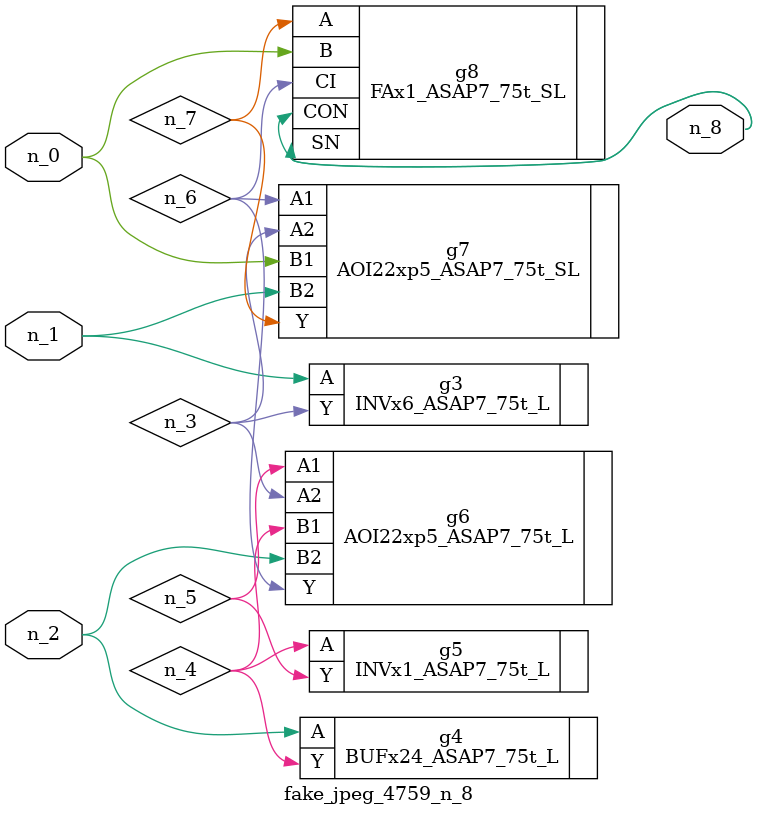
<source format=v>
module fake_jpeg_4759_n_8 (n_0, n_2, n_1, n_8);

input n_0;
input n_2;
input n_1;

output n_8;

wire n_3;
wire n_4;
wire n_6;
wire n_5;
wire n_7;

INVx6_ASAP7_75t_L g3 ( 
.A(n_1),
.Y(n_3)
);

BUFx24_ASAP7_75t_L g4 ( 
.A(n_2),
.Y(n_4)
);

INVx1_ASAP7_75t_L g5 ( 
.A(n_4),
.Y(n_5)
);

AOI22xp5_ASAP7_75t_L g6 ( 
.A1(n_5),
.A2(n_3),
.B1(n_4),
.B2(n_2),
.Y(n_6)
);

AOI22xp5_ASAP7_75t_SL g7 ( 
.A1(n_6),
.A2(n_3),
.B1(n_0),
.B2(n_1),
.Y(n_7)
);

FAx1_ASAP7_75t_SL g8 ( 
.A(n_7),
.B(n_0),
.CI(n_6),
.CON(n_8),
.SN(n_8)
);


endmodule
</source>
